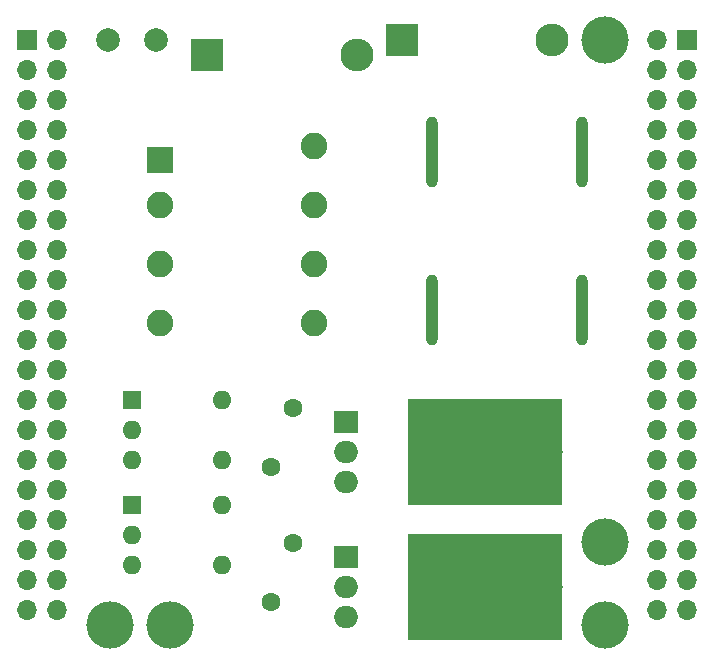
<source format=gts>
G04 #@! TF.GenerationSoftware,KiCad,Pcbnew,(6.0.2)*
G04 #@! TF.CreationDate,2022-02-24T19:29:25+09:00*
G04 #@! TF.ProjectId,ACBoard,4143426f-6172-4642-9e6b-696361645f70,rev?*
G04 #@! TF.SameCoordinates,Original*
G04 #@! TF.FileFunction,Soldermask,Top*
G04 #@! TF.FilePolarity,Negative*
%FSLAX46Y46*%
G04 Gerber Fmt 4.6, Leading zero omitted, Abs format (unit mm)*
G04 Created by KiCad (PCBNEW (6.0.2)) date 2022-02-24 19:29:25*
%MOMM*%
%LPD*%
G01*
G04 APERTURE LIST*
%ADD10O,1.000000X6.000000*%
%ADD11R,1.600000X1.600000*%
%ADD12O,1.600000X1.600000*%
%ADD13C,4.000000*%
%ADD14O,3.500000X3.500000*%
%ADD15R,2.000000X1.905000*%
%ADD16O,2.000000X1.905000*%
%ADD17C,2.000000*%
%ADD18R,13.000000X9.000000*%
%ADD19R,2.800000X2.800000*%
%ADD20O,2.800000X2.800000*%
%ADD21C,2.250000*%
%ADD22R,2.250000X2.250000*%
%ADD23C,1.600000*%
%ADD24R,1.700000X1.700000*%
%ADD25O,1.700000X1.700000*%
G04 APERTURE END LIST*
D10*
X207010000Y-28575000D03*
X194310000Y-28575000D03*
X207010000Y-41910000D03*
X194310000Y-41910000D03*
D11*
X168920000Y-49545000D03*
D12*
X168920000Y-52085000D03*
X168920000Y-54625000D03*
X176540000Y-54625000D03*
X176540000Y-49545000D03*
D13*
X172085000Y-68580000D03*
D14*
X203645000Y-53975000D03*
D15*
X186985000Y-51435000D03*
D16*
X186985000Y-53975000D03*
X186985000Y-56515000D03*
D14*
X203645000Y-65405000D03*
D15*
X186985000Y-62865000D03*
D16*
X186985000Y-65405000D03*
X186985000Y-67945000D03*
D17*
X166910000Y-19050000D03*
X170910000Y-19050000D03*
D18*
X198755000Y-65405000D03*
D19*
X191770000Y-19050000D03*
D20*
X204470000Y-19050000D03*
D11*
X168920000Y-58435000D03*
D12*
X168920000Y-60975000D03*
X168920000Y-63515000D03*
X176540000Y-63515000D03*
X176540000Y-58435000D03*
D21*
X184300000Y-28060000D03*
X184300000Y-33060000D03*
X184300000Y-38060000D03*
X184300000Y-43060000D03*
X171300000Y-43060000D03*
X171300000Y-38060000D03*
X171300000Y-33060000D03*
D22*
X171300000Y-29260000D03*
D13*
X167005000Y-68580000D03*
D23*
X180710000Y-55205000D03*
X182510000Y-50205000D03*
D13*
X208915000Y-19050000D03*
D18*
X198755000Y-53975000D03*
D13*
X208915000Y-68580000D03*
X208915000Y-61595000D03*
D23*
X180710000Y-66635000D03*
X182510000Y-61635000D03*
D24*
X215920000Y-19080000D03*
D25*
X213380000Y-19080000D03*
X215920000Y-21620000D03*
X213380000Y-21620000D03*
X215920000Y-24160000D03*
X213380000Y-24160000D03*
X215920000Y-26700000D03*
X213380000Y-26700000D03*
X215920000Y-29240000D03*
X213380000Y-29240000D03*
X215920000Y-31780000D03*
X213380000Y-31780000D03*
X215920000Y-34320000D03*
X213380000Y-34320000D03*
X215920000Y-36860000D03*
X213380000Y-36860000D03*
X215920000Y-39400000D03*
X213380000Y-39400000D03*
X215920000Y-41940000D03*
X213380000Y-41940000D03*
X215920000Y-44480000D03*
X213380000Y-44480000D03*
X215920000Y-47020000D03*
X213380000Y-47020000D03*
X215920000Y-49560000D03*
X213380000Y-49560000D03*
X215920000Y-52100000D03*
X213380000Y-52100000D03*
X215920000Y-54640000D03*
X213380000Y-54640000D03*
X215920000Y-57180000D03*
X213380000Y-57180000D03*
X215920000Y-59720000D03*
X213380000Y-59720000D03*
X215920000Y-62260000D03*
X213380000Y-62260000D03*
X215920000Y-64800000D03*
X213380000Y-64800000D03*
X215920000Y-67340000D03*
X213380000Y-67340000D03*
D24*
X160015000Y-19055000D03*
D25*
X162555000Y-19055000D03*
X160015000Y-21595000D03*
X162555000Y-21595000D03*
X160015000Y-24135000D03*
X162555000Y-24135000D03*
X160015000Y-26675000D03*
X162555000Y-26675000D03*
X160015000Y-29215000D03*
X162555000Y-29215000D03*
X160015000Y-31755000D03*
X162555000Y-31755000D03*
X160015000Y-34295000D03*
X162555000Y-34295000D03*
X160015000Y-36835000D03*
X162555000Y-36835000D03*
X160015000Y-39375000D03*
X162555000Y-39375000D03*
X160015000Y-41915000D03*
X162555000Y-41915000D03*
X160015000Y-44455000D03*
X162555000Y-44455000D03*
X160015000Y-46995000D03*
X162555000Y-46995000D03*
X160015000Y-49535000D03*
X162555000Y-49535000D03*
X160015000Y-52075000D03*
X162555000Y-52075000D03*
X160015000Y-54615000D03*
X162555000Y-54615000D03*
X160015000Y-57155000D03*
X162555000Y-57155000D03*
X160015000Y-59695000D03*
X162555000Y-59695000D03*
X160015000Y-62235000D03*
X162555000Y-62235000D03*
X160015000Y-64775000D03*
X162555000Y-64775000D03*
X160015000Y-67315000D03*
X162555000Y-67315000D03*
D19*
X175260000Y-20320000D03*
D20*
X187960000Y-20320000D03*
M02*

</source>
